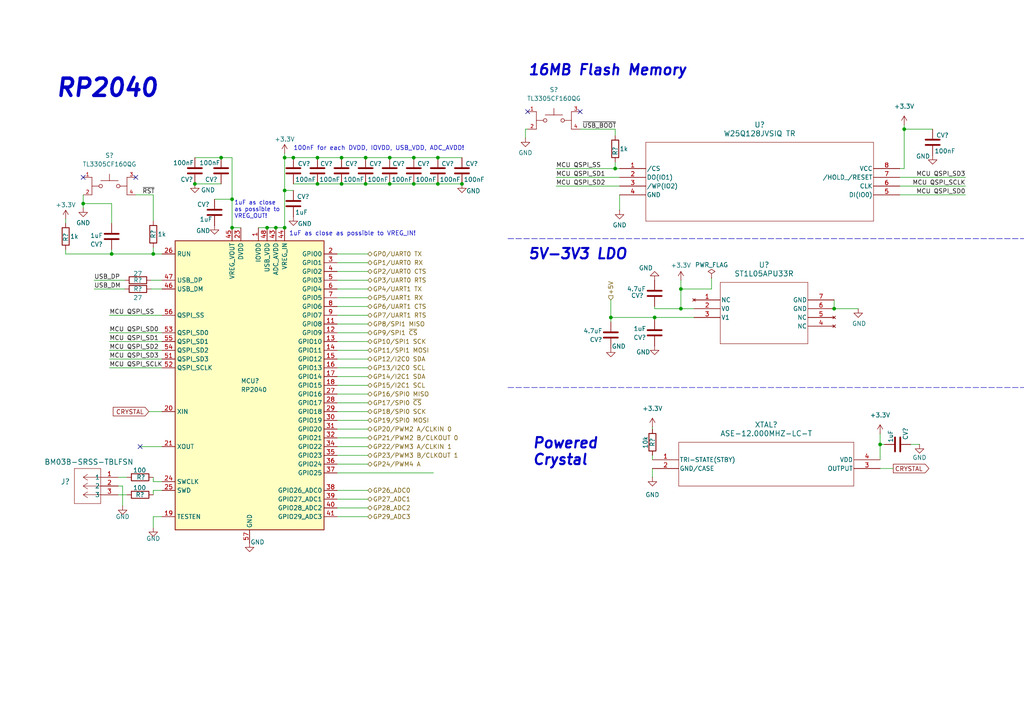
<source format=kicad_sch>
(kicad_sch (version 20231120) (generator "eeschema") (generator_version "8.0")
  (paper "A4")
  (lib_symbols
    (symbol "16MB_Flash:W25Q128JVSIQ_TR" (pin_names (offset 0.254))
      (property "Reference" "U" (at 40.64 12.7 0))
      (property "Value" "W25Q128JVSIQ TR" (at 40.64 10.16 0))
      (symbol "W25Q128JVSIQ_TR_0_1"
        (polyline (pts (xy 7.62 -15.24) (xy 73.66 -15.24)) (stroke (width 0.127)))
        (polyline (pts (xy 7.62 7.62) (xy 7.62 -15.24)) (stroke (width 0.127)))
        (polyline (pts (xy 73.66 -15.24) (xy 73.66 7.62)) (stroke (width 0.127)))
        (polyline (pts (xy 73.66 7.62) (xy 7.62 7.62)) (stroke (width 0.127)))
        (pin input line (at 0 0 0) (length 7.62) (name "/CS") (number "1"))
        (pin bidirectional line (at 0 -2.54 0) (length 7.62) (name "DO(IO1)") (number "2"))
        (pin bidirectional line (at 0 -5.08 0) (length 7.62) (name "/WP(IO2)") (number "3"))
        (pin passive line (at 0 -7.62 0) (length 7.62) (name "GND") (number "4"))
        (pin bidirectional line (at 81.28 -7.62 180) (length 7.62) (name "DI(IO0)") (number "5"))
        (pin input line (at 81.28 -5.08 180) (length 7.62) (name "CLK") (number "6"))
        (pin bidirectional line (at 81.28 -2.54 180) (length 7.62) (name "/HOLD_/RESET") (number "7"))
        (pin passive line (at 81.28 0 180) (length 7.62) (name "VCC") (number "8"))
      )
    )
    (symbol "AS12MHz:ASE-12.000MHZ-LC-T" (pin_names (offset 0.254))
      (property "Reference" "XTAL" (at 33.02 10.16 0))
      (property "Value" "ASE-12.000MHZ-LC-T" (at 33.02 7.62 0))
      (symbol "ASE-12.000MHZ-LC-T_0_1"
        (polyline (pts (xy 7.62 -7.62) (xy 58.42 -7.62)) (stroke (width 0.127)))
        (polyline (pts (xy 7.62 5.08) (xy 7.62 -7.62)) (stroke (width 0.127)))
        (polyline (pts (xy 58.42 -7.62) (xy 58.42 5.08)) (stroke (width 0.127)))
        (polyline (pts (xy 58.42 5.08) (xy 7.62 5.08)) (stroke (width 0.127)))
        (pin passive line (at 0 0 0) (length 7.62) (name "TRI-STATE(STBY)") (number "1"))
        (pin passive line (at 0 -2.54 0) (length 7.62) (name "GND/CASE") (number "2"))
        (pin output line (at 66.04 -2.54 180) (length 7.62) (name "OUTPUT") (number "3"))
        (pin power_in line (at 66.04 0 180) (length 7.62) (name "VDD") (number "4"))
      )
    )
    (symbol "Device:C" (pin_numbers hide) (pin_names (offset 0.254))
      (property "Reference" "C" (at 0.635 2.54 0))
      (property "Value" "C" (at 0.635 -2.54 0))
      (symbol "C_0_1"
        (polyline (pts (xy -2.032 -0.762) (xy 2.032 -0.762)) (stroke (width 0.508)))
        (polyline (pts (xy -2.032 0.762) (xy 2.032 0.762)) (stroke (width 0.508)))
      )
      (symbol "C_1_1"
        (pin passive line (at 0 3.81 270) (length 2.794) (name "~") (number "1"))
        (pin passive line (at 0 -3.81 90) (length 2.794) (name "~") (number "2"))
      )
    )
    (symbol "Device:R" (pin_numbers hide) (pin_names (offset 0))
      (property "Reference" "R" (at 2.032 0 90))
      (property "Value" "R" (at 0 0 90))
      (symbol "R_0_1"
        (rectangle (start -1.016 -2.54) (end 1.016 2.54) (stroke (width 0.254)))
      )
      (symbol "R_1_1"
        (pin passive line (at 0 3.81 270) (length 1.27) (name "~") (number "1"))
        (pin passive line (at 0 -3.81 90) (length 1.27) (name "~") (number "2"))
      )
    )
    (symbol "LDO_ST1L05A:ST1L05APU33R" (pin_names (offset 0.254))
      (property "Reference" "U" (at 20.32 10.16 0))
      (property "Value" "ST1L05APU33R" (at 20.32 7.62 0))
      (symbol "ST1L05APU33R_0_1"
        (polyline (pts (xy 7.62 -12.7) (xy 33.02 -12.7)) (stroke (width 0.127)))
        (polyline (pts (xy 7.62 5.08) (xy 7.62 -12.7)) (stroke (width 0.127)))
        (polyline (pts (xy 33.02 -12.7) (xy 33.02 5.08)) (stroke (width 0.127)))
        (polyline (pts (xy 33.02 5.08) (xy 7.62 5.08)) (stroke (width 0.127)))
        (pin no_connect line (at 0 0 0) (length 7.62) (name "NC") (number "1"))
        (pin passive line (at 0 -2.54 0) (length 7.62) (name "V0") (number "2"))
        (pin passive line (at 0 -5.08 0) (length 7.62) (name "V1") (number "3"))
        (pin no_connect line (at 40.64 -7.62 180) (length 7.62) (name "NC") (number "4"))
        (pin no_connect line (at 40.64 -5.08 180) (length 7.62) (name "NC") (number "5"))
        (pin passive line (at 40.64 -2.54 180) (length 7.62) (name "GND") (number "6"))
        (pin passive line (at 40.64 0 180) (length 7.62) (name "GND") (number "7"))
      )
    )
    (symbol "MCU_RaspberryPi:RP2040"
      (property "Reference" "U" (at 17.78 45.72 0))
      (property "Value" "RP2040" (at 17.78 43.18 0))
      (symbol "RP2040_0_1"
        (rectangle (start -21.59 41.91) (end 21.59 -41.91) (stroke (width 0.254)) (fill (type background)))
      )
      (symbol "RP2040_1_1"
        (pin power_in line (at 2.54 45.72 270) (length 3.81) (name "IOVDD") (number "1"))
        (pin passive line (at 2.54 45.72 270) (length 3.81) hide (name "IOVDD") (number "10"))
        (pin bidirectional line (at 25.4 17.78 180) (length 3.81) (name "GPIO8") (number "11"))
        (pin bidirectional line (at 25.4 15.24 180) (length 3.81) (name "GPIO9") (number "12"))
        (pin bidirectional line (at 25.4 12.7 180) (length 3.81) (name "GPIO10") (number "13"))
        (pin bidirectional line (at 25.4 10.16 180) (length 3.81) (name "GPIO11") (number "14"))
        (pin bidirectional line (at 25.4 7.62 180) (length 3.81) (name "GPIO12") (number "15"))
        (pin bidirectional line (at 25.4 5.08 180) (length 3.81) (name "GPIO13") (number "16"))
        (pin bidirectional line (at 25.4 2.54 180) (length 3.81) (name "GPIO14") (number "17"))
        (pin bidirectional line (at 25.4 0 180) (length 3.81) (name "GPIO15") (number "18"))
        (pin input line (at -25.4 -38.1 0) (length 3.81) (name "TESTEN") (number "19"))
        (pin bidirectional line (at 25.4 38.1 180) (length 3.81) (name "GPIO0") (number "2"))
        (pin input line (at -25.4 -7.62 0) (length 3.81) (name "XIN") (number "20"))
        (pin passive line (at -25.4 -17.78 0) (length 3.81) (name "XOUT") (number "21"))
        (pin passive line (at 2.54 45.72 270) (length 3.81) hide (name "IOVDD") (number "22"))
        (pin power_in line (at -2.54 45.72 270) (length 3.81) (name "DVDD") (number "23"))
        (pin input line (at -25.4 -27.94 0) (length 3.81) (name "SWCLK") (number "24"))
        (pin bidirectional line (at -25.4 -30.48 0) (length 3.81) (name "SWD") (number "25"))
        (pin input line (at -25.4 38.1 0) (length 3.81) (name "RUN") (number "26"))
        (pin bidirectional line (at 25.4 -2.54 180) (length 3.81) (name "GPIO16") (number "27"))
        (pin bidirectional line (at 25.4 -5.08 180) (length 3.81) (name "GPIO17") (number "28"))
        (pin bidirectional line (at 25.4 -7.62 180) (length 3.81) (name "GPIO18") (number "29"))
        (pin bidirectional line (at 25.4 35.56 180) (length 3.81) (name "GPIO1") (number "3"))
        (pin bidirectional line (at 25.4 -10.16 180) (length 3.81) (name "GPIO19") (number "30"))
        (pin bidirectional line (at 25.4 -12.7 180) (length 3.81) (name "GPIO20") (number "31"))
        (pin bidirectional line (at 25.4 -15.24 180) (length 3.81) (name "GPIO21") (number "32"))
        (pin passive line (at 2.54 45.72 270) (length 3.81) hide (name "IOVDD") (number "33"))
        (pin bidirectional line (at 25.4 -17.78 180) (length 3.81) (name "GPIO22") (number "34"))
        (pin bidirectional line (at 25.4 -20.32 180) (length 3.81) (name "GPIO23") (number "35"))
        (pin bidirectional line (at 25.4 -22.86 180) (length 3.81) (name "GPIO24") (number "36"))
        (pin bidirectional line (at 25.4 -25.4 180) (length 3.81) (name "GPIO25") (number "37"))
        (pin bidirectional line (at 25.4 -30.48 180) (length 3.81) (name "GPIO26_ADC0") (number "38"))
        (pin bidirectional line (at 25.4 -33.02 180) (length 3.81) (name "GPIO27_ADC1") (number "39"))
        (pin bidirectional line (at 25.4 33.02 180) (length 3.81) (name "GPIO2") (number "4"))
        (pin bidirectional line (at 25.4 -35.56 180) (length 3.81) (name "GPIO28_ADC2") (number "40"))
        (pin bidirectional line (at 25.4 -38.1 180) (length 3.81) (name "GPIO29_ADC3") (number "41"))
        (pin passive line (at 2.54 45.72 270) (length 3.81) hide (name "IOVDD") (number "42"))
        (pin power_in line (at 7.62 45.72 270) (length 3.81) (name "ADC_AVDD") (number "43"))
        (pin power_in line (at 10.16 45.72 270) (length 3.81) (name "VREG_IN") (number "44"))
        (pin power_out line (at -5.08 45.72 270) (length 3.81) (name "VREG_VOUT") (number "45"))
        (pin bidirectional line (at -25.4 27.94 0) (length 3.81) (name "USB_DM") (number "46"))
        (pin bidirectional line (at -25.4 30.48 0) (length 3.81) (name "USB_DP") (number "47"))
        (pin power_in line (at 5.08 45.72 270) (length 3.81) (name "USB_VDD") (number "48"))
        (pin passive line (at 2.54 45.72 270) (length 3.81) hide (name "IOVDD") (number "49"))
        (pin bidirectional line (at 25.4 30.48 180) (length 3.81) (name "GPIO3") (number "5"))
        (pin passive line (at -2.54 45.72 270) (length 3.81) hide (name "DVDD") (number "50"))
        (pin bidirectional line (at -25.4 7.62 0) (length 3.81) (name "QSPI_SD3") (number "51"))
        (pin output line (at -25.4 5.08 0) (length 3.81) (name "QSPI_SCLK") (number "52"))
        (pin bidirectional line (at -25.4 15.24 0) (length 3.81) (name "QSPI_SD0") (number "53"))
        (pin bidirectional line (at -25.4 10.16 0) (length 3.81) (name "QSPI_SD2") (number "54"))
        (pin bidirectional line (at -25.4 12.7 0) (length 3.81) (name "QSPI_SD1") (number "55"))
        (pin bidirectional line (at -25.4 20.32 0) (length 3.81) (name "QSPI_SS") (number "56"))
        (pin power_in line (at 0 -45.72 90) (length 3.81) (name "GND") (number "57"))
        (pin bidirectional line (at 25.4 27.94 180) (length 3.81) (name "GPIO4") (number "6"))
        (pin bidirectional line (at 25.4 25.4 180) (length 3.81) (name "GPIO5") (number "7"))
        (pin bidirectional line (at 25.4 22.86 180) (length 3.81) (name "GPIO6") (number "8"))
        (pin bidirectional line (at 25.4 20.32 180) (length 3.81) (name "GPIO7") (number "9"))
      )
    )
    (symbol "SWD_Con:BM03B-SRSS-TBLFSN" (pin_names (offset 0.254))
      (property "Reference" "J" (at 8.89 6.35 0))
      (property "Value" "BM03B-SRSS-TBLFSN" (at 0 0 0))
      (symbol "BM03B-SRSS-TBLFSN_1_1"
        (polyline (pts (xy 5.08 -7.62) (xy 12.7 -7.62)) (stroke (width 0.127)))
        (polyline (pts (xy 5.08 2.54) (xy 5.08 -7.62)) (stroke (width 0.127)))
        (polyline (pts (xy 10.16 -5.08) (xy 5.08 -5.08)) (stroke (width 0.127)))
        (polyline (pts (xy 10.16 -5.08) (xy 8.89 -5.9267)) (stroke (width 0.127)))
        (polyline (pts (xy 10.16 -5.08) (xy 8.89 -4.2333)) (stroke (width 0.127)))
        (polyline (pts (xy 10.16 -2.54) (xy 5.08 -2.54)) (stroke (width 0.127)))
        (polyline (pts (xy 10.16 -2.54) (xy 8.89 -3.3867)) (stroke (width 0.127)))
        (polyline (pts (xy 10.16 -2.54) (xy 8.89 -1.6933)) (stroke (width 0.127)))
        (polyline (pts (xy 10.16 0) (xy 5.08 0)) (stroke (width 0.127)))
        (polyline (pts (xy 10.16 0) (xy 8.89 -0.8467)) (stroke (width 0.127)))
        (polyline (pts (xy 10.16 0) (xy 8.89 0.8467)) (stroke (width 0.127)))
        (polyline (pts (xy 12.7 -7.62) (xy 12.7 2.54)) (stroke (width 0.127)))
        (polyline (pts (xy 12.7 2.54) (xy 5.08 2.54)) (stroke (width 0.127)))
        (pin passive line (at 0 0 0) (length 5.08) (name "1") (number "1"))
        (pin passive line (at 0 -2.54 0) (length 5.08) (name "2") (number "2"))
        (pin passive line (at 0 -5.08 0) (length 5.08) (name "3") (number "3"))
      )
      (symbol "BM03B-SRSS-TBLFSN_1_2"
        (polyline (pts (xy 5.08 -7.62) (xy 12.7 -7.62)) (stroke (width 0.127)))
        (polyline (pts (xy 5.08 2.54) (xy 5.08 -7.62)) (stroke (width 0.127)))
        (polyline (pts (xy 7.62 -5.08) (xy 5.08 -5.08)) (stroke (width 0.127)))
        (polyline (pts (xy 7.62 -5.08) (xy 8.89 -5.9267)) (stroke (width 0.127)))
        (polyline (pts (xy 7.62 -5.08) (xy 8.89 -4.2333)) (stroke (width 0.127)))
        (polyline (pts (xy 7.62 -2.54) (xy 5.08 -2.54)) (stroke (width 0.127)))
        (polyline (pts (xy 7.62 -2.54) (xy 8.89 -3.3867)) (stroke (width 0.127)))
        (polyline (pts (xy 7.62 -2.54) (xy 8.89 -1.6933)) (stroke (width 0.127)))
        (polyline (pts (xy 7.62 0) (xy 5.08 0)) (stroke (width 0.127)))
        (polyline (pts (xy 7.62 0) (xy 8.89 -0.8467)) (stroke (width 0.127)))
        (polyline (pts (xy 7.62 0) (xy 8.89 0.8467)) (stroke (width 0.127)))
        (polyline (pts (xy 12.7 -7.62) (xy 12.7 2.54)) (stroke (width 0.127)))
        (polyline (pts (xy 12.7 2.54) (xy 5.08 2.54)) (stroke (width 0.127)))
        (pin passive line (at 0 0 0) (length 5.08) (name "1") (number "1"))
        (pin passive line (at 0 -2.54 0) (length 5.08) (name "2") (number "2"))
        (pin passive line (at 0 -5.08 0) (length 5.08) (name "3") (number "3"))
      )
    )
    (symbol "TL3305CF160QG:TL3305CF160QG" (pin_names (offset 1.016))
      (property "Reference" "S" (at -5.08 5.08 0))
      (property "Value" "TL3305CF160QG" (at -5.08 -5.08 0))
      (symbol "TL3305CF160QG_0_0"
        (circle (center -2.54 0) (radius 0.508) (stroke (width 0.1524)))
        (polyline (pts (xy -5.08 0) (xy -3.048 0)) (stroke (width 0.1524)))
        (polyline (pts (xy -5.08 2.54) (xy -5.08 -2.54)) (stroke (width 0.1524)))
        (polyline (pts (xy -2.54 1.5875) (xy 0 1.5875)) (stroke (width 0.1524)))
        (polyline (pts (xy 0 1.5875) (xy 0 3.4925)) (stroke (width 0.1524)))
        (polyline (pts (xy 0 1.5875) (xy 2.54 1.5875)) (stroke (width 0.1524)))
        (polyline (pts (xy 5.08 0) (xy 3.048 0)) (stroke (width 0.1524)))
        (polyline (pts (xy 5.08 2.54) (xy 5.08 -2.54)) (stroke (width 0.1524)))
        (circle (center 2.54 0) (radius 0.508) (stroke (width 0.1524)))
        (pin passive line (at -7.62 2.54 0) (length 2.54) (name "~") (number "1"))
        (pin passive line (at -7.62 -2.54 0) (length 2.54) (name "~") (number "2"))
        (pin passive line (at 7.62 2.54 180) (length 2.54) (name "~") (number "3"))
        (pin passive line (at 7.62 -2.54 180) (length 2.54) (name "~") (number "4"))
      )
    )
    (symbol "power:+3.3V" (power) (pin_numbers hide) (pin_names (offset 0) hide)
      (property "Value" "+3.3V" (at 0 3.556 0))
      (symbol "+3.3V_0_1"
        (polyline (pts (xy -0.762 1.27) (xy 0 2.54)))
        (polyline (pts (xy 0 0) (xy 0 2.54)))
        (polyline (pts (xy 0 2.54) (xy 0.762 1.27)))
      )
      (symbol "+3.3V_1_1"
        (pin power_in line (at 0 0 90) (length 0) (name "~") (number "1"))
      )
    )
    (symbol "power:GND" (power) (pin_numbers hide) (pin_names (offset 0) hide)
      (property "Value" "GND" (at 0 -3.81 0))
      (symbol "GND_0_1"
        (polyline (pts (xy 0 0) (xy 0 -1.27) (xy 1.27 -1.27) (xy 0 -2.54) (xy -1.27 -1.27) (xy 0 -1.27)))
      )
      (symbol "GND_1_1"
        (pin power_in line (at 0 0 270) (length 0) (name "~") (number "1"))
      )
    )
    (symbol "power:PWR_FLAG" (power) (pin_numbers hide) (pin_names (offset 0) hide)
      (property "Value" "PWR_FLAG" (at 0 3.81 0))
      (symbol "PWR_FLAG_0_0"
        (pin power_out line (at 0 0 90) (length 0) (name "~") (number "1"))
      )
      (symbol "PWR_FLAG_0_1"
        (polyline (pts (xy 0 0) (xy 0 1.27) (xy -1.016 1.905) (xy 0 2.54) (xy 1.016 1.905) (xy 0 1.27)))
      )
    )
  )
  (junction (at 64.135 45.72))
  (junction (at 92.075 45.72))
  (junction (at 99.06 53.34))
  (junction (at 80.01 66.04))
  (junction (at 120.015 45.72))
  (junction (at 99.06 45.72))
  (junction (at 56.515 53.34))
  (junction (at 177.165 92.075))
  (junction (at 133.985 53.34))
  (junction (at 82.55 55.245))
  (junction (at 85.09 45.72))
  (junction (at 120.015 53.34))
  (junction (at 92.075 53.34))
  (junction (at 44.45 73.66))
  (junction (at 24.13 59.055))
  (junction (at 197.485 83.82))
  (junction (at 32.385 73.66))
  (junction (at 82.55 66.04))
  (junction (at 82.55 45.72))
  (junction (at 127 53.34))
  (junction (at 113.03 45.72))
  (junction (at 113.03 53.34))
  (junction (at 67.31 57.785))
  (junction (at 255.27 128.905))
  (junction (at 106.045 53.34))
  (junction (at 178.435 48.895))
  (junction (at 241.935 89.535))
  (junction (at 197.485 89.535))
  (junction (at 106.045 45.72))
  (junction (at 262.255 37.465))
  (junction (at 189.865 92.075))
  (junction (at 77.47 66.04))
  (junction (at 67.31 66.04))
  (junction (at 127 45.72))
  (no_connect (at 168.275 32.385))
  (no_connect (at 24.13 51.435))
  (no_connect (at 40.64 129.54))
  (no_connect (at 153.035 32.385))
  (no_connect (at 39.37 51.435))
  (wire (pts (xy 34.29 140.97) (xy 35.56 140.97)))
  (wire (pts (xy 264.16 128.905) (xy 266.7 128.905)))
  (wire (pts (xy 97.79 73.66) (xy 106.68 73.66)))
  (wire (pts (xy 44.45 71.755) (xy 44.45 73.66)))
  (wire (pts (xy 31.75 96.52) (xy 46.99 96.52)))
  (wire (pts (xy 106.045 45.72) (xy 99.06 45.72)))
  (wire (pts (xy 262.255 37.465) (xy 270.51 37.465)))
  (wire (pts (xy 97.79 101.6) (xy 106.68 101.6)))
  (wire (pts (xy 44.45 139.7) (xy 44.45 138.43)))
  (wire (pts (xy 80.01 66.04) (xy 82.55 66.04)))
  (wire (pts (xy 120.015 45.72) (xy 113.03 45.72)))
  (wire (pts (xy 97.79 88.9) (xy 106.68 88.9)))
  (wire (pts (xy 85.09 45.72) (xy 82.55 45.72)))
  (wire (pts (xy 197.485 83.82) (xy 197.485 89.535)))
  (wire (pts (xy 197.485 83.82) (xy 206.375 83.82)))
  (wire (pts (xy 255.27 135.89) (xy 259.08 135.89)))
  (wire (pts (xy 44.45 142.24) (xy 46.99 142.24)))
  (polyline (pts (xy 147.32 69.215) (xy 330.2 69.215)) (stroke (width 0) (type dash)))
  (wire (pts (xy 44.45 149.86) (xy 46.99 149.86)))
  (wire (pts (xy 97.79 76.2) (xy 106.68 76.2)))
  (wire (pts (xy 97.79 96.52) (xy 106.68 96.52)))
  (wire (pts (xy 241.935 86.995) (xy 241.935 89.535)))
  (wire (pts (xy 97.79 93.98) (xy 106.68 93.98)))
  (wire (pts (xy 44.45 139.7) (xy 46.99 139.7)))
  (wire (pts (xy 97.79 104.14) (xy 106.68 104.14)))
  (wire (pts (xy 260.985 56.515) (xy 280.035 56.515)))
  (wire (pts (xy 97.79 78.74) (xy 106.68 78.74)))
  (wire (pts (xy 31.75 101.6) (xy 46.99 101.6)))
  (wire (pts (xy 178.435 48.895) (xy 179.705 48.895)))
  (wire (pts (xy 82.55 45.72) (xy 82.55 55.245)))
  (wire (pts (xy 97.79 144.78) (xy 106.68 144.78)))
  (wire (pts (xy 40.64 129.54) (xy 46.99 129.54)))
  (wire (pts (xy 27.305 81.28) (xy 36.195 81.28)))
  (wire (pts (xy 127 53.34) (xy 133.985 53.34)))
  (wire (pts (xy 31.75 91.44) (xy 46.99 91.44)))
  (wire (pts (xy 97.79 121.92) (xy 106.68 121.92)))
  (wire (pts (xy 24.13 59.055) (xy 24.13 60.325)))
  (wire (pts (xy 39.37 56.515) (xy 44.45 56.515)))
  (wire (pts (xy 189.865 92.075) (xy 201.295 92.075)))
  (wire (pts (xy 153.035 37.465) (xy 152.4 37.465)))
  (wire (pts (xy 127 45.72) (xy 133.985 45.72)))
  (wire (pts (xy 177.165 86.995) (xy 177.165 92.075)))
  (wire (pts (xy 106.045 53.34) (xy 113.03 53.34)))
  (wire (pts (xy 179.705 56.515) (xy 179.705 60.96)))
  (polyline (pts (xy 330.2 15.875) (xy 330.2 81.28)) (stroke (width 0) (type solid)))
  (wire (pts (xy 97.79 106.68) (xy 106.68 106.68)))
  (wire (pts (xy 24.13 56.515) (xy 24.13 59.055)))
  (wire (pts (xy 241.935 89.535) (xy 248.92 89.535)))
  (wire (pts (xy 44.45 56.515) (xy 44.45 64.135)))
  (wire (pts (xy 56.515 53.34) (xy 64.135 53.34)))
  (wire (pts (xy 31.75 106.68) (xy 46.99 106.68)))
  (wire (pts (xy 97.79 81.28) (xy 106.68 81.28)))
  (wire (pts (xy 255.27 125.73) (xy 255.27 128.905)))
  (wire (pts (xy 85.09 53.34) (xy 92.075 53.34)))
  (wire (pts (xy 43.815 81.28) (xy 46.99 81.28)))
  (wire (pts (xy 262.255 37.465) (xy 262.255 36.195)))
  (wire (pts (xy 178.435 46.99) (xy 178.435 48.895)))
  (wire (pts (xy 35.56 140.97) (xy 35.56 146.685)))
  (wire (pts (xy 189.23 123.825) (xy 189.23 124.46)))
  (wire (pts (xy 255.27 128.905) (xy 256.54 128.905)))
  (wire (pts (xy 19.05 73.66) (xy 19.05 72.39)))
  (wire (pts (xy 120.015 53.34) (xy 127 53.34)))
  (wire (pts (xy 97.79 129.54) (xy 106.68 129.54)))
  (wire (pts (xy 19.05 63.5) (xy 19.05 64.77)))
  (wire (pts (xy 32.385 73.66) (xy 44.45 73.66)))
  (wire (pts (xy 197.485 81.28) (xy 197.485 83.82)))
  (polyline (pts (xy 147.32 112.395) (xy 330.2 112.395)) (stroke (width 0) (type dash)))
  (wire (pts (xy 77.47 66.04) (xy 80.01 66.04)))
  (wire (pts (xy 34.29 138.43) (xy 36.83 138.43)))
  (wire (pts (xy 97.79 147.32) (xy 106.68 147.32)))
  (wire (pts (xy 97.79 127) (xy 106.68 127)))
  (wire (pts (xy 67.31 57.785) (xy 67.31 45.72)))
  (wire (pts (xy 97.79 83.82) (xy 106.68 83.82)))
  (wire (pts (xy 31.75 99.06) (xy 46.99 99.06)))
  (wire (pts (xy 56.515 45.72) (xy 64.135 45.72)))
  (wire (pts (xy 97.79 99.06) (xy 106.68 99.06)))
  (wire (pts (xy 99.06 53.34) (xy 106.045 53.34)))
  (wire (pts (xy 260.985 48.895) (xy 262.255 48.895)))
  (wire (pts (xy 43.18 119.38) (xy 46.99 119.38)))
  (wire (pts (xy 97.79 91.44) (xy 106.68 91.44)))
  (wire (pts (xy 99.06 45.72) (xy 92.075 45.72)))
  (wire (pts (xy 97.79 134.62) (xy 106.68 134.62)))
  (wire (pts (xy 32.385 59.055) (xy 32.385 64.77)))
  (wire (pts (xy 127 45.72) (xy 120.015 45.72)))
  (wire (pts (xy 97.79 137.16) (xy 125.73 137.16)))
  (wire (pts (xy 27.305 83.82) (xy 36.195 83.82)))
  (wire (pts (xy 189.865 89.535) (xy 197.485 89.535)))
  (wire (pts (xy 177.165 92.075) (xy 177.165 93.345)))
  (wire (pts (xy 44.45 73.66) (xy 46.99 73.66)))
  (wire (pts (xy 32.385 73.66) (xy 19.05 73.66)))
  (wire (pts (xy 189.23 132.08) (xy 189.23 133.35)))
  (wire (pts (xy 44.45 153.035) (xy 44.45 149.86)))
  (wire (pts (xy 179.705 51.435) (xy 161.29 51.435)))
  (wire (pts (xy 189.23 135.89) (xy 189.23 138.43)))
  (wire (pts (xy 43.815 83.82) (xy 46.99 83.82)))
  (wire (pts (xy 189.865 92.71) (xy 189.865 92.075)))
  (wire (pts (xy 177.165 92.075) (xy 189.865 92.075)))
  (wire (pts (xy 178.435 37.465) (xy 168.275 37.465)))
  (wire (pts (xy 97.79 142.24) (xy 106.68 142.24)))
  (wire (pts (xy 44.45 143.51) (xy 44.45 142.24)))
  (wire (pts (xy 31.75 104.14) (xy 46.99 104.14)))
  (wire (pts (xy 67.31 66.04) (xy 69.85 66.04)))
  (wire (pts (xy 67.31 45.72) (xy 64.135 45.72)))
  (wire (pts (xy 34.29 143.51) (xy 36.83 143.51)))
  (wire (pts (xy 97.79 109.22) (xy 106.68 109.22)))
  (wire (pts (xy 262.255 48.895) (xy 262.255 37.465)))
  (wire (pts (xy 97.79 116.84) (xy 106.68 116.84)))
  (wire (pts (xy 179.705 53.975) (xy 161.29 53.975)))
  (wire (pts (xy 67.31 57.785) (xy 67.31 66.04)))
  (wire (pts (xy 74.93 66.04) (xy 77.47 66.04)))
  (wire (pts (xy 97.79 149.86) (xy 106.68 149.86)))
  (wire (pts (xy 189.865 88.9) (xy 189.865 89.535)))
  (wire (pts (xy 32.385 59.055) (xy 24.13 59.055)))
  (wire (pts (xy 32.385 73.66) (xy 32.385 72.39)))
  (wire (pts (xy 82.55 55.245) (xy 85.09 55.245)))
  (wire (pts (xy 260.985 51.435) (xy 280.035 51.435)))
  (wire (pts (xy 92.075 53.34) (xy 99.06 53.34)))
  (wire (pts (xy 206.375 83.82) (xy 206.375 80.645)))
  (wire (pts (xy 113.03 45.72) (xy 106.045 45.72)))
  (wire (pts (xy 62.23 57.785) (xy 67.31 57.785)))
  (wire (pts (xy 82.55 44.45) (xy 82.55 45.72)))
  (wire (pts (xy 92.075 45.72) (xy 85.09 45.72)))
  (wire (pts (xy 260.985 53.975) (xy 280.035 53.975)))
  (wire (pts (xy 113.03 53.34) (xy 120.015 53.34)))
  (wire (pts (xy 97.79 111.76) (xy 106.68 111.76)))
  (wire (pts (xy 82.55 55.245) (xy 82.55 66.04)))
  (wire (pts (xy 97.79 119.38) (xy 106.68 119.38)))
  (wire (pts (xy 161.29 48.895) (xy 178.435 48.895)))
  (wire (pts (xy 97.79 86.36) (xy 106.68 86.36)))
  (wire (pts (xy 152.4 37.465) (xy 152.4 40.005)))
  (wire (pts (xy 97.79 124.46) (xy 106.68 124.46)))
  (wire (pts (xy 97.79 132.08) (xy 106.68 132.08)))
  (wire (pts (xy 197.485 89.535) (xy 201.295 89.535)))
  (wire (pts (xy 178.435 39.37) (xy 178.435 37.465)))
  (wire (pts (xy 97.79 114.3) (xy 106.68 114.3)))
  (wire (pts (xy 255.27 128.905) (xy 255.27 133.35)))
  (text "RP2040" (at 15.875 28.575 0) (effects (font (size 5 5) (thickness 1) (bold yes) (italic yes)) (justify left bottom)))
  (text "5V-3V3 LDO" (at 153.035 75.565 0) (effects (font (size 3 3) (bold yes) (italic yes)) (justify left bottom)))
  (text "Powered\nCrystal" (at 154.305 135.255 0) (effects (font (size 3 3) (bold yes) (italic yes)) (justify left bottom)))
  (text "1uF as close as possible to VREG_IN!" (at 83.82 68.58 0) (effects (font (size 1.27 1.27)) (justify left bottom)))
  (text "16MB Flash Memory" (at 153.035 22.225 0) (effects (font (size 3 3) (bold yes) (italic yes)) (justify left bottom)))
  (text "1uF as close \nas possible to \nVREG_OUT!" (at 67.945 63.5 0) (effects (font (size 1.2 1.2)) (justify left bottom)))
  (text "100nF for each DVDD, IOVDD, USB_VDD, ADC_AVDD!" (at 85.09 43.815 0) (effects (font (size 1.27 1.27)) (justify left bottom)))
  (label "MCU QSPI_SD1" (at 31.75 99.06 0))
  (label "MCU QSPI_SD1" (at 161.29 51.435 0))
  (label "~{RST}" (at 41.275 56.515 0))
  (label "MCU QSPI_SD0" (at 31.75 96.52 0))
  (label "MCU QSPI_SD2" (at 31.75 101.6 0))
  (label "USB_DP" (at 27.305 81.28 0))
  (label "MCU QSPI_SS" (at 31.75 91.44 0))
  (label "MCU QSPI_SS" (at 161.29 48.895 0))
  (label "MCU QSPI_SD0" (at 280.035 56.515 180))
  (label "MCU QSPI_SCLK" (at 31.75 106.68 0))
  (label "MCU QSPI_SD3" (at 31.75 104.14 0))
  (label "MCU QSPI_SCLK" (at 280.035 53.975 180))
  (label "MCU QSPI_SD3" (at 280.035 51.435 180))
  (label "MCU QSPI_SD2" (at 161.29 53.975 0))
  (label "~{USB_BOOT}" (at 168.91 37.465 0))
  (label "USB_DM" (at 27.305 83.82 0))
  (global_label "CRYSTAL" (shape output) (at 259.08 135.89 0) (property "Intersheetrefs" "${INTERSHEET_REFS}" (effects (hide yes))))
  (global_label "CRYSTAL" (shape input) (at 43.18 119.38 180) (property "Intersheetrefs" "${INTERSHEET_REFS}" (effects (hide yes))))
  (hierarchical_label "GP9{slash}SPI1 ~{CS}" (shape bidirectional) (at 106.68 96.52 0))
  (hierarchical_label "GP20{slash}PWM2 A{slash}CLKIN 0" (shape bidirectional) (at 106.68 124.46 0))
  (hierarchical_label "GP6{slash}UART1 CTS" (shape bidirectional) (at 106.68 88.9 0))
  (hierarchical_label "GP22{slash}PWM3 A{slash}CLKIN 1" (shape bidirectional) (at 106.68 129.54 0))
  (hierarchical_label "GP0{slash}UART0 TX" (shape bidirectional) (at 106.68 73.66 0))
  (hierarchical_label "GP26_ADC0" (shape bidirectional) (at 106.68 142.24 0))
  (hierarchical_label "GP23{slash}PWM3 B{slash}CLKOUT 1" (shape bidirectional) (at 106.68 132.08 0))
  (hierarchical_label "GP14{slash}I2C1 SDA" (shape bidirectional) (at 106.68 109.22 0))
  (hierarchical_label "GP17{slash}SPI0 ~{CS}" (shape bidirectional) (at 106.68 116.84 0))
  (hierarchical_label "GP27_ADC1" (shape bidirectional) (at 106.68 144.78 0))
  (hierarchical_label "GP18{slash}SPI0 SCK" (shape bidirectional) (at 106.68 119.38 0))
  (hierarchical_label "GP4{slash}UART1 TX" (shape bidirectional) (at 106.68 83.82 0))
  (hierarchical_label "GP28_ADC2" (shape bidirectional) (at 106.68 147.32 0))
  (hierarchical_label "GP7{slash}UART1 RTS" (shape bidirectional) (at 106.68 91.44 0))
  (hierarchical_label "GP13{slash}I2C0 SCL" (shape bidirectional) (at 106.68 106.68 0))
  (hierarchical_label "+5V" (shape input) (at 177.165 86.995 90))
  (hierarchical_label "GP15{slash}I2C1 SCL" (shape bidirectional) (at 106.68 111.76 0))
  (hierarchical_label "GP3{slash}UART0 RTS" (shape bidirectional) (at 106.68 81.28 0))
  (hierarchical_label "GP10{slash}SPI1 SCK" (shape bidirectional) (at 106.68 99.06 0))
  (hierarchical_label "GP16{slash}SPI0 MISO" (shape bidirectional) (at 106.68 114.3 0))
  (hierarchical_label "GP5{slash}UART1 RX" (shape bidirectional) (at 106.68 86.36 0))
  (hierarchical_label "GP29_ADC3" (shape bidirectional) (at 106.68 149.86 0))
  (hierarchical_label "GP1{slash}UART0 RX" (shape bidirectional) (at 106.68 76.2 0))
  (hierarchical_label "GP2{slash}UART0 CTS" (shape bidirectional) (at 106.68 78.74 0))
  (hierarchical_label "GP19{slash}SPI0 MOSI" (shape bidirectional) (at 106.68 121.92 0))
  (hierarchical_label "GP11{slash}SPI1 MOSI" (shape bidirectional) (at 106.68 101.6 0))
  (hierarchical_label "GP8{slash}SPI1 MISO" (shape bidirectional) (at 106.68 93.98 0))
  (hierarchical_label "GP21{slash}PWM2 B{slash}CLKOUT 0" (shape bidirectional) (at 106.68 127 0))
  (hierarchical_label "GP24{slash}PWM4 A" (shape bidirectional) (at 106.68 134.62 0))
  (hierarchical_label "GP12{slash}I2C0 SDA" (shape bidirectional) (at 106.68 104.14 0))
  (symbol (lib_id "Device:C") (at 92.075 49.53 0) (unit 1)
    (property "Reference" "CV?" (at 92.837 47.498 0) (effects (justify left)))
    (property "Value" "100nF" (at 92.583 52.07 0) (effects (justify left)))
    (property "Footprint" "Capacitor_0402:Capacitor_0402" (effects (hide yes)))
    (property "Description" "Unpolarized capacitor" (effects (hide yes)))
  )
  (symbol (lib_id "power:GND") (at 24.13 60.325 0) (unit 1)
    (property "Reference" "#PWR031" (effects (hide yes)))
    (property "Value" "GND" (at 24.13 64.643 0))
    (property "Description" "Power symbol creates a global label with name \"GND\" , ground" (effects (hide yes)))
  )
  (symbol (lib_id "Device:C") (at 120.015 49.53 0) (unit 1)
    (property "Reference" "CV?" (at 121.031 47.498 0) (effects (justify left)))
    (property "Value" "100nF" (at 120.523 52.07 0) (effects (justify left)))
    (property "Footprint" "Capacitor_0402:Capacitor_0402" (effects (hide yes)))
    (property "Description" "Unpolarized capacitor" (effects (hide yes)))
  )
  (symbol (lib_id "Device:C") (at 56.515 49.53 180) (unit 1)
    (property "Reference" "CV?" (at 56.007 52.07 0) (effects (justify left)))
    (property "Value" "100nF" (at 56.261 47.244 0) (effects (justify left)))
    (property "Footprint" "Capacitor_0402:Capacitor_0402" (effects (hide yes)))
    (property "Description" "Unpolarized capacitor" (effects (hide yes)))
  )
  (symbol (lib_id "Device:C") (at 64.135 49.53 180) (unit 1)
    (property "Reference" "CV?" (at 63.119 52.07 0) (effects (justify left)))
    (property "Value" "100nF" (at 63.881 47.244 0) (effects (justify left)))
    (property "Footprint" "Capacitor_0402:Capacitor_0402" (effects (hide yes)))
    (property "Description" "Unpolarized capacitor" (effects (hide yes)))
  )
  (symbol (lib_id "power:+3.3V") (at 262.255 36.195 0) (unit 1)
    (property "Reference" "#PWR050" (effects (hide yes)))
    (property "Value" "+3.3V" (at 262.255 30.861 0))
    (property "Description" "Power symbol creates a global label with name \"+3.3V\"" (effects (hide yes)))
  )
  (symbol (lib_id "TL3305CF160QG:TL3305CF160QG") (at 160.655 34.925 0) (unit 1)
    (property "Reference" "S?" (at 160.655 26.035 0))
    (property "Value" "TL3305CF160QG" (at 160.655 28.575 0))
    (property "Footprint" "TL3305CF160QG:SW_TL3305CF160QG" (effects (hide yes)))
    (property "MF" "E-Switch" (effects (hide yes)))
    (property "MAXIMUM_PACKAGE_HEIGHT" "5 mm" (effects (hide yes)))
    (property "Package" "None" (effects (hide yes)))
    (property "Price" "None" (effects (hide yes)))
    (property "Check_prices" "https://www.snapeda.com/parts/TL3305CF160QG/E-Switch/view-part/?ref=eda" (effects (hide yes)))
    (property "STANDARD" "Manufacturer Recommendations" (effects (hide yes)))
    (property "PARTREV" "C" (effects (hide yes)))
    (property "SnapEDA_Link" "https://www.snapeda.com/parts/TL3305CF160QG/E-Switch/view-part/?ref=snap" (effects (hide yes)))
    (property "MP" "TL3305CF160QG" (effects (hide yes)))
    (property "Description_1" "\n                        \n                            SWITCH TACTILE SPST-NO 50MA 12V\n                        \n" (effects (hide yes)))
    (property "MANUFACTURER" "E-Switch" (effects (hide yes)))
    (property "Availability" "In Stock" (effects (hide yes)))
    (property "SNAPEDA_PN" "TL3305BF260QG" (effects (hide yes)))
  )
  (symbol (lib_id "Device:C") (at 177.165 97.155 180) (unit 1)
    (property "Reference" "CV?" (at 174.7012 98.5266 0) (effects (justify left)))
    (property "Value" "4.7uF" (at 174.7012 95.9866 0) (effects (justify left)))
    (property "Footprint" "C_4uF7_0402:C_4uF7_0402" (effects (hide yes)))
    (property "Description" "Unpolarized capacitor" (effects (hide yes)))
  )
  (symbol (lib_id "Device:R") (at 40.005 81.28 90) (unit 1)
    (property "Reference" "R?" (at 41.275 81.28 90) (effects (justify left)))
    (property "Value" "27" (at 41.275 79.375 90) (effects (justify left)))
    (property "Footprint" "RES_R0603_27:RES_R0603_27" (effects (hide yes)))
    (property "Description" "Resistor" (effects (hide yes)))
  )
  (symbol (lib_id "SWD_Con:BM03B-SRSS-TBLFSN") (at 34.29 138.43 0) (mirror y) (unit 1)
    (property "Reference" "J?" (at 20.32 139.6999 0) (effects (font (size 1.524 1.524)) (justify left)))
    (property "Value" "BM03B-SRSS-TBLFSN" (at 38.735 133.985 0) (effects (font (size 1.524 1.524)) (justify left)))
    (property "Footprint" "CONN_BM03B-SRSS-TBLFSN_JST" (effects (hide yes)))
    (property "Datasheet" "BM03B-SRSS-TBLFSN" (effects (hide yes)))
  )
  (symbol (lib_id "Device:R") (at 40.64 138.43 90) (mirror x) (unit 1)
    (property "Reference" "R?" (at 42.164 138.43 90) (effects (justify left)))
    (property "Value" "100" (at 42.418 136.398 90) (effects (justify left)))
    (property "Footprint" "RES_0402:RES_0402" (effects (hide yes)))
    (property "Description" "Resistor" (effects (hide yes)))
  )
  (symbol (lib_id "power:GND") (at 152.4 40.005 0) (unit 1)
    (property "Reference" "#PWR040" (effects (hide yes)))
    (property "Value" "GND" (at 152.4 44.323 0))
    (property "Description" "Power symbol creates a global label with name \"GND\" , ground" (effects (hide yes)))
  )
  (symbol (lib_id "Device:C") (at 260.35 128.905 90) (unit 1)
    (property "Reference" "CV?" (at 262.636 127.635 0) (effects (justify left)))
    (property "Value" "1uF" (at 258.318 128.397 0) (effects (justify left)))
    (property "Footprint" "Capacitor_0402:Capacitor_0402" (effects (hide yes)))
    (property "Description" "Unpolarized capacitor" (effects (hide yes)))
  )
  (symbol (lib_id "Device:C") (at 85.09 49.53 0) (unit 1)
    (property "Reference" "CV?" (at 86.36 47.498 0) (effects (justify left)))
    (property "Value" "100nF" (at 85.598 52.07 0) (effects (justify left)))
    (property "Footprint" "Capacitor_0402:Capacitor_0402" (effects (hide yes)))
    (property "Description" "Unpolarized capacitor" (effects (hide yes)))
  )
  (symbol (lib_id "power:GND") (at 44.45 153.035 0) (unit 1)
    (property "Reference" "#PWR033" (effects (hide yes)))
    (property "Value" "GND" (at 44.45 156.21 0))
    (property "Description" "Power symbol creates a global label with name \"GND\" , ground" (effects (hide yes)))
  )
  (symbol (lib_id "AS12MHz:ASE-12.000MHZ-LC-T") (at 189.23 133.35 0) (unit 1)
    (property "Reference" "XTAL?" (at 222.25 123.19 0) (effects (font (size 1.524 1.524))))
    (property "Value" "ASE-12.000MHZ-LC-T" (at 222.25 125.73 0) (effects (font (size 1.524 1.524))))
    (property "Footprint" "ASE-3.2X2.5_ABR" (effects (hide yes)))
    (property "Datasheet" "ASE-12.000MHZ-LC-T" (effects (hide yes)))
  )
  (symbol (lib_id "power:+3.3V") (at 19.05 63.5 0) (unit 1)
    (property "Reference" "#PWR030" (effects (hide yes)))
    (property "Value" "+3.3V" (at 19.05 59.436 0))
    (property "Description" "Power symbol creates a global label with name \"+3.3V\"" (effects (hide yes)))
  )
  (symbol (lib_id "power:GND") (at 189.865 81.28 0) (mirror x) (unit 1)
    (property "Reference" "#PWR045" (effects (hide yes)))
    (property "Value" "GND" (at 187.325 77.724 0))
    (property "Description" "Power symbol creates a global label with name \"GND\" , ground" (effects (hide yes)))
  )
  (symbol (lib_id "power:GND") (at 62.23 65.405 0) (unit 1)
    (property "Reference" "#PWR035" (effects (hide yes)))
    (property "Value" "GND" (at 58.928 66.929 0))
    (property "Description" "Power symbol creates a global label with name \"GND\" , ground" (effects (hide yes)))
  )
  (symbol (lib_id "Device:C") (at 270.51 41.275 0) (unit 1)
    (property "Reference" "CV?" (at 271.526 39.243 0) (effects (justify left)))
    (property "Value" "100nF" (at 271.018 43.815 0) (effects (justify left)))
    (property "Footprint" "Capacitor_0402:Capacitor_0402" (effects (hide yes)))
    (property "Description" "Unpolarized capacitor" (effects (hide yes)))
  )
  (symbol (lib_id "Device:C") (at 189.865 96.52 180) (unit 1)
    (property "Reference" "CV?" (at 187.4012 97.8916 0) (effects (justify left)))
    (property "Value" "1uF" (at 187.4012 95.3516 0) (effects (justify left)))
    (property "Footprint" "Capacitor_0402:Capacitor_0402" (effects (hide yes)))
    (property "Description" "Unpolarized capacitor" (effects (hide yes)))
  )
  (symbol (lib_id "Device:C") (at 106.045 49.53 0) (unit 1)
    (property "Reference" "CV?" (at 107.061 47.498 0) (effects (justify left)))
    (property "Value" "100nF" (at 106.553 52.07 0) (effects (justify left)))
    (property "Footprint" "Capacitor_0402:Capacitor_0402" (effects (hide yes)))
    (property "Description" "Unpolarized capacitor" (effects (hide yes)))
  )
  (symbol (lib_id "Device:C") (at 99.06 49.53 0) (unit 1)
    (property "Reference" "CV?" (at 100.076 47.498 0) (effects (justify left)))
    (property "Value" "100nF" (at 99.568 52.07 0) (effects (justify left)))
    (property "Footprint" "Capacitor_0402:Capacitor_0402" (effects (hide yes)))
    (property "Description" "Unpolarized capacitor" (effects (hide yes)))
  )
  (symbol (lib_id "power:GND") (at 189.865 100.33 0) (unit 1)
    (property "Reference" "#PWR046" (effects (hide yes)))
    (property "Value" "GND" (at 186.563 102.108 0))
    (property "Description" "Power symbol creates a global label with name \"GND\" , ground" (effects (hide yes)))
  )
  (symbol (lib_id "Device:C") (at 32.385 68.58 180) (unit 1)
    (property "Reference" "CV?" (at 29.845 70.866 0) (effects (justify left)))
    (property "Value" "1uF" (at 29.845 68.326 0) (effects (justify left)))
    (property "Footprint" "Capacitor_0402:Capacitor_0402" (effects (hide yes)))
    (property "Description" "Unpolarized capacitor" (effects (hide yes)))
  )
  (symbol (lib_id "power:+3.3V") (at 255.27 125.73 0) (unit 1)
    (property "Reference" "#PWR049" (effects (hide yes)))
    (property "Value" "+3.3V" (at 255.27 120.396 0))
    (property "Description" "Power symbol creates a global label with name \"+3.3V\"" (effects (hide yes)))
  )
  (symbol (lib_id "power:GND") (at 133.985 53.34 0) (unit 1)
    (property "Reference" "#PWR039" (effects (hide yes)))
    (property "Value" "GND" (at 137.287 55.372 0))
    (property "Description" "Power symbol creates a global label with name \"GND\" , ground" (effects (hide yes)))
  )
  (symbol (lib_id "power:PWR_FLAG") (at 206.375 80.645 0) (unit 1)
    (property "Reference" "#FLG04" (effects (hide yes)))
    (property "Value" "PWR_FLAG" (at 206.375 76.835 0))
    (property "Description" "Special symbol for telling ERC where power comes from" (effects (hide yes)))
  )
  (symbol (lib_id "Device:C") (at 113.03 49.53 0) (unit 1)
    (property "Reference" "CV?" (at 113.792 47.498 0) (effects (justify left)))
    (property "Value" "100nF" (at 113.538 52.07 0) (effects (justify left)))
    (property "Footprint" "Capacitor_0402:Capacitor_0402" (effects (hide yes)))
    (property "Description" "Unpolarized capacitor" (effects (hide yes)))
  )
  (symbol (lib_id "Device:C") (at 62.23 61.595 0) (unit 1)
    (property "Reference" "CV?" (at 57.15 59.309 0) (effects (justify left)))
    (property "Value" "1uF" (at 57.912 63.627 0) (effects (justify left)))
    (property "Footprint" "Capacitor_0402:Capacitor_0402" (effects (hide yes)))
    (property "Description" "Unpolarized capacitor" (effects (hide yes)))
  )
  (symbol (lib_id "Device:R") (at 189.23 128.27 0) (mirror x) (unit 1)
    (property "Reference" "R?" (at 189.23 127 90) (effects (justify left)))
    (property "Value" "10k" (at 187.198 126.492 90) (effects (justify left)))
    (property "Footprint" "RES_0402:RES_0402" (effects (hide yes)))
    (property "Description" "Resistor" (effects (hide yes)))
  )
  (symbol (lib_id "power:+3.3V") (at 197.485 81.28 0) (unit 1)
    (property "Reference" "#PWR047" (effects (hide yes)))
    (property "Value" "+3.3V" (at 197.485 76.962 0))
    (property "Description" "Power symbol creates a global label with name \"+3.3V\"" (effects (hide yes)))
  )
  (symbol (lib_id "power:GND") (at 56.515 53.34 0) (unit 1)
    (property "Reference" "#PWR034" (effects (hide yes)))
    (property "Value" "GND" (at 60.325 55.118 0))
    (property "Description" "Power symbol creates a global label with name \"GND\" , ground" (effects (hide yes)))
  )
  (symbol (lib_id "Device:R") (at 44.45 67.945 0) (unit 1)
    (property "Reference" "R?" (at 44.45 69.215 90) (effects (justify left)))
    (property "Value" "1k" (at 45.72 67.945 0) (effects (justify left)))
    (property "Footprint" "RES_0402:RES_0402" (effects (hide yes)))
    (property "Description" "Resistor" (effects (hide yes)))
  )
  (symbol (lib_id "power:GND") (at 266.7 128.905 0) (unit 1)
    (property "Reference" "#PWR051" (effects (hide yes)))
    (property "Value" "GND" (at 266.7 132.715 0))
    (property "Description" "Power symbol creates a global label with name \"GND\" , ground" (effects (hide yes)))
  )
  (symbol (lib_id "MCU_RaspberryPi:RP2040") (at 72.39 111.76 0) (unit 1)
    (property "Reference" "MCU?" (at 69.85 110.49 0) (effects (justify left)))
    (property "Value" "RP2040" (at 69.85 113.03 0) (effects (justify left)))
    (property "Footprint" "Package_DFN_QFN:QFN-56-1EP_7x7mm_P0.4mm_EP3.2x3.2mm" (effects (hide yes)))
    (property "Datasheet" "https://datasheets.raspberrypi.com/rp2040/rp2040-datasheet.pdf" (effects (hide yes)))
    (property "Description" "A microcontroller by Raspberry Pi" (effects (hide yes)))
  )
  (symbol (lib_id "power:GND") (at 177.165 100.965 0) (unit 1)
    (property "Reference" "#PWR041" (effects (hide yes)))
    (property "Value" "GND" (at 179.451 100.457 0))
    (property "Description" "Power symbol creates a global label with name \"GND\" , ground" (effects (hide yes)))
  )
  (symbol (lib_id "power:GND") (at 248.92 89.535 0) (unit 1)
    (property "Reference" "#PWR048" (effects (hide yes)))
    (property "Value" "GND" (at 249.174 93.853 0))
    (property "Description" "Power symbol creates a global label with name \"GND\" , ground" (effects (hide yes)))
  )
  (symbol (lib_id "Device:R") (at 40.64 143.51 90) (mirror x) (unit 1)
    (property "Reference" "R?" (at 41.91 143.51 90) (effects (justify left)))
    (property "Value" "100" (at 42.418 141.478 90) (effects (justify left)))
    (property "Footprint" "RES_0402:RES_0402" (effects (hide yes)))
    (property "Description" "Resistor" (effects (hide yes)))
  )
  (symbol (lib_id "power:GND") (at 72.39 157.48 0) (unit 1)
    (property "Reference" "#PWR036" (effects (hide yes)))
    (property "Value" "GND" (at 74.676 157.226 0))
    (property "Description" "Power symbol creates a global label with name \"GND\" , ground" (effects (hide yes)))
  )
  (symbol (lib_id "power:+3.3V") (at 82.55 44.45 0) (unit 1)
    (property "Reference" "#PWR037" (effects (hide yes)))
    (property "Value" "+3.3V" (at 82.55 40.386 0))
    (property "Description" "Power symbol creates a global label with name \"+3.3V\"" (effects (hide yes)))
  )
  (symbol (lib_id "Device:R") (at 19.05 68.58 0) (unit 1)
    (property "Reference" "R?" (at 19.05 70.104 90) (effects (justify left)))
    (property "Value" "1k" (at 20.32 68.58 0) (effects (justify left)))
    (property "Footprint" "RES_0402:RES_0402" (effects (hide yes)))
    (property "Description" "Resistor" (effects (hide yes)))
  )
  (symbol (lib_id "power:GND") (at 189.23 138.43 0) (unit 1)
    (property "Reference" "#PWR044" (effects (hide yes)))
    (property "Value" "GND" (at 189.23 143.51 0))
    (property "Description" "Power symbol creates a global label with name \"GND\" , ground" (effects (hide yes)))
  )
  (symbol (lib_id "Device:R") (at 40.005 83.82 90) (mirror x) (unit 1)
    (property "Reference" "R?" (at 41.275 83.82 90) (effects (justify left)))
    (property "Value" "27" (at 41.275 86.36 90) (effects (justify left)))
    (property "Footprint" "RES_R0603_27:RES_R0603_27" (effects (hide yes)))
    (property "Description" "Resistor" (effects (hide yes)))
  )
  (symbol (lib_id "power:GND") (at 179.705 60.96 0) (unit 1)
    (property "Reference" "#PWR042" (effects (hide yes)))
    (property "Value" "GND" (at 179.705 65.278 0))
    (property "Description" "Power symbol creates a global label with name \"GND\" , ground" (effects (hide yes)))
  )
  (symbol (lib_id "power:+3.3V") (at 189.23 123.825 0) (unit 1)
    (property "Reference" "#PWR043" (effects (hide yes)))
    (property "Value" "+3.3V" (at 189.23 118.491 0))
    (property "Description" "Power symbol creates a global label with name \"+3.3V\"" (effects (hide yes)))
  )
  (symbol (lib_id "power:GND") (at 270.51 45.085 0) (unit 1)
    (property "Reference" "#PWR052" (effects (hide yes)))
    (property "Value" "GND" (at 267.716 45.339 0))
    (property "Description" "Power symbol creates a global label with name \"GND\" , ground" (effects (hide yes)))
  )
  (symbol (lib_id "LDO_ST1L05A:ST1L05APU33R") (at 201.295 86.995 0) (unit 1)
    (property "Reference" "U?" (at 221.615 76.835 0) (effects (font (size 1.524 1.524))))
    (property "Value" "ST1L05APU33R" (at 221.615 79.375 0) (effects (font (size 1.524 1.524))))
    (property "Footprint" "DFN_5APU33R_STM" (effects (hide yes)))
    (property "Datasheet" "ST1L05APU33R" (effects (hide yes)))
  )
  (symbol (lib_id "Device:C") (at 189.865 85.09 0) (mirror y) (unit 1)
    (property "Reference" "CV?" (at 186.69 85.725 0) (effects (justify left)))
    (property "Value" "4.7uF" (at 187.325 83.82 0) (effects (justify left)))
    (property "Footprint" "C_4uF7_0402:C_4uF7_0402" (effects (hide yes)))
    (property "Description" "Unpolarized capacitor" (effects (hide yes)))
  )
  (symbol (lib_id "Device:R") (at 178.435 43.18 0) (unit 1)
    (property "Reference" "R?" (at 178.435 45.085 90) (effects (justify left)))
    (property "Value" "1k" (at 179.705 43.18 0) (effects (justify left)))
    (property "Footprint" "RES_0402:RES_0402" (effects (hide yes)))
    (property "Description" "Resistor" (effects (hide yes)))
  )
  (symbol (lib_id "power:GND") (at 35.56 146.685 0) (unit 1)
    (property "Reference" "#PWR032" (effects (hide yes)))
    (property "Value" "GND" (at 35.56 149.86 0))
    (property "Description" "Power symbol creates a global label with name \"GND\" , ground" (effects (hide yes)))
  )
  (symbol (lib_id "Device:C") (at 133.985 49.53 0) (unit 1)
    (property "Reference" "CV?" (at 135.001 47.498 0) (effects (justify left)))
    (property "Value" "100nF" (at 134.493 52.07 0) (effects (justify left)))
    (property "Footprint" "Capacitor_0402:Capacitor_0402" (effects (hide yes)))
    (property "Description" "Unpolarized capacitor" (effects (hide yes)))
  )
  (symbol (lib_id "16MB_Flash:W25Q128JVSIQ_TR") (at 179.705 48.895 0) (unit 1)
    (property "Reference" "U?" (at 220.345 36.195 0) (effects (font (size 1.524 1.524))))
    (property "Value" "W25Q128JVSIQ TR" (at 220.345 38.735 0) (effects (font (size 1.524 1.524))))
    (property "Footprint" "SOIC_208MIL_WIN" (effects (hide yes)))
    (property "Datasheet" "W25Q128JVSIQ TR" (effects (hide yes)))
  )
  (symbol (lib_id "TL3305CF160QG:TL3305CF160QG") (at 31.75 53.975 0) (unit 1)
    (property "Reference" "S?" (at 31.75 45.085 0))
    (property "Value" "TL3305CF160QG" (at 31.75 47.625 0))
    (property "Footprint" "TL3305CF160QG:SW_TL3305CF160QG" (effects (hide yes)))
    (property "MF" "E-Switch" (effects (hide yes)))
    (property "MAXIMUM_PACKAGE_HEIGHT" "5 mm" (effects (hide yes)))
    (property "Package" "None" (effects (hide yes)))
    (property "Price" "None" (effects (hide yes)))
    (property "Check_prices" "https://www.snapeda.com/parts/TL3305CF160QG/E-Switch/view-part/?ref=eda" (effects (hide yes)))
    (property "STANDARD" "Manufacturer Recommendations" (effects (hide yes)))
    (property "PARTREV" "C" (effects (hide yes)))
    (property "SnapEDA_Link" "https://www.snapeda.com/parts/TL3305CF160QG/E-Switch/view-part/?ref=snap" (effects (hide yes)))
    (property "MP" "TL3305CF160QG" (effects (hide yes)))
    (property "Description_1" "\n                        \n                            SWITCH TACTILE SPST-NO 50MA 12V\n                        \n" (effects (hide yes)))
    (property "MANUFACTURER" "E-Switch" (effects (hide yes)))
    (property "Availability" "In Stock" (effects (hide yes)))
    (property "SNAPEDA_PN" "TL3305BF260QG" (effects (hide yes)))
  )
  (symbol (lib_id "Device:C") (at 85.09 59.055 0) (unit 1)
    (property "Reference" "CV?" (at 86.106 57.023 0) (effects (justify left)))
    (property "Value" "1uF" (at 85.598 61.595 0) (effects (justify left)))
    (property "Footprint" "Capacitor_0402:Capacitor_0402" (effects (hide yes)))
    (property "Description" "Unpolarized capacitor" (effects (hide yes)))
  )
  (symbol (lib_id "power:GND") (at 85.09 62.865 0) (unit 1)
    (property "Reference" "#PWR038" (effects (hide yes)))
    (property "Value" "GND" (at 88.392 64.897 0))
    (property "Description" "Power symbol creates a global label with name \"GND\" , ground" (effects (hide yes)))
  )
  (symbol (lib_id "Device:C") (at 127 49.53 0) (unit 1)
    (property "Reference" "CV?" (at 128.016 47.498 0) (effects (justify left)))
    (property "Value" "100nF" (at 127.508 52.07 0) (effects (justify left)))
    (property "Footprint" "Capacitor_0402:Capacitor_0402" (effects (hide yes)))
    (property "Description" "Unpolarized capacitor" (effects (hide yes)))
  )
)
</source>
